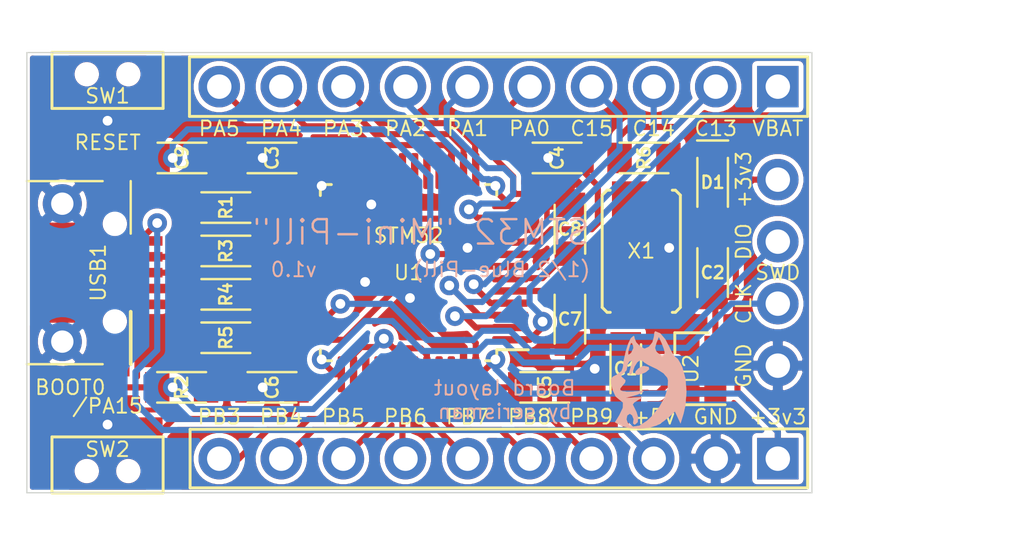
<source format=kicad_pcb>
(kicad_pcb (version 20171130) (host pcbnew "(5.1.5)-3")
  (layers (0 F.Cu signal) (31 B.Cu signal) (34 B.Paste user) (35 F.Paste user) (36 B.SilkS user) (37 F.SilkS user) (38 B.Mask user) (39 F.Mask user) (44 Edge.Cuts user))
  (net 0 "")
  (net 1 +5V)
  (net 2 GND)
  (net 3 +3V3)
  (net 4 "Net-(C7-Pad1)")
  (net 5 "Net-(C8-Pad1)")
  (net 6 /NRST)
  (net 7 /SWDIO)
  (net 8 /VBAT)
  (net 9 /PC13)
  (net 10 /PC14)
  (net 11 /PC15)
  (net 12 /PB9)
  (net 13 /BOOT0_PA15)
  (net 14 /USB_D-)
  (net 15 "Net-(R3-Pad1)")
  (net 16 /USB_D+)
  (net 17 "Net-(R4-Pad2)")
  (net 18 /PA0)
  (net 19 /PA1)
  (net 20 /PA2)
  (net 21 /PA3)
  (net 22 /PA4)
  (net 23 /PA5)
  (net 24 "Net-(U1-Pad16)")
  (net 25 "Net-(U1-Pad17)")
  (net 26 "Net-(U1-Pad18)")
  (net 27 "Net-(U1-Pad19)")
  (net 28 "Net-(U1-Pad20)")
  (net 29 "Net-(U1-Pad21)")
  (net 30 "Net-(U1-Pad22)")
  (net 31 "Net-(U1-Pad25)")
  (net 32 "Net-(U1-Pad26)")
  (net 33 "Net-(U1-Pad27)")
  (net 34 "Net-(U1-Pad28)")
  (net 35 "Net-(U1-Pad29)")
  (net 36 "Net-(U1-Pad30)")
  (net 37 "Net-(U1-Pad31)")
  (net 38 /PB3)
  (net 39 /PB4)
  (net 40 /PB5)
  (net 41 /PB6)
  (net 42 /PB7)
  (net 43 /PB8)
  (net 44 /SWCLK)
  (net 45 "Net-(D1-Pad1)")
  (module modules:USB_Micro_B_Male (layer F.Cu) (at 126.746 109.22)
    (fp_text reference USB1 (at 2.921 0 90) (layer F.SilkS) (effects (font (size 0.6 0.6) (thickness 0.08))))
    (fp_text value USB_B_Micro hide)
    (pad 5 smd rect (at 1.45 1.1) (size 1.9 1.9) (layers F.Cu F.Paste F.Mask) (net 2 GND))
    (pad 5 smd rect (at 1.45 -1.1) (size 1.9 1.9) (layers F.Cu F.Paste F.Mask) (net 2 GND))
    (pad "" np_thru_hole circle (at 3.6 2) (size 0.6 0.6) (drill 0.6) (layers *.Cu *.Mask))
    (pad 5 smd rect (at 4.5 1.3) (size 2.1 0.39) (layers F.Cu F.Paste F.Mask) (net 2 GND))
    (pad 4 smd rect (at 4.5 0.65) (size 2.1 0.39) (layers F.Cu F.Paste F.Mask) (net 2 GND))
    (pad 3 smd rect (at 4.5 0) (size 2.1 0.39) (layers F.Cu F.Paste F.Mask) (net 17 "Net-(R4-Pad2)"))
    (pad 2 smd rect (at 4.5 -0.65) (size 2.1 0.39) (layers F.Cu F.Paste F.Mask) (net 15 "Net-(R3-Pad1)"))
    (pad 1 smd rect (at 4.5 -1.3) (size 2.1 0.39) (layers F.Cu F.Paste F.Mask) (net 1 +5V))
    (pad 5 thru_hole circle (at 1.45 2.825) (size 1.6 1.6) (drill 0.9144) (layers *.Cu *.Mask) (net 2 GND))
    (pad "" np_thru_hole circle (at 3.6 -2) (size 0.6 0.6) (drill 0.6) (layers *.Cu *.Mask))
    (pad 5 thru_hole circle (at 1.45 -2.825) (size 1.6 1.6) (drill 0.9144) (layers *.Cu *.Mask) (net 2 GND))
    (pad 5 smd rect (at 3.7 3.4) (size 1 1.7) (layers F.Cu F.Paste F.Mask) (net 2 GND))
    (pad 5 smd rect (at 3.7 -3.4) (size 1 1.7) (layers F.Cu F.Paste F.Mask) (net 2 GND))
  )
  (module modules:wolf_sm (layer F.Cu) (at 152.146 113.665)
    (fp_text reference G*** hide)
    (fp_text value LOGO hide)
  )
  (module Package_TO_SOT_SMD:SOT-23 (layer F.Cu) (at 153.924 113.157 180)
    (fp_text reference U2 (at 0 0 270) (layer F.SilkS) (effects (font (size 0.6 0.6) (thickness 0.08))))
    (fp_text value XC6206P332MR hide)
    (pad 1 smd rect (at -1 -0.95 180) (size 0.9 0.8) (layers F.Cu F.Paste F.Mask) (net 2 GND))
    (pad 2 smd rect (at -1 0.95 180) (size 0.9 0.8) (layers F.Cu F.Paste F.Mask) (net 3 +3V3))
    (pad 3 smd rect (at 1 0 180) (size 0.9 0.8) (layers F.Cu F.Paste F.Mask) (net 1 +5V))
  )
  (module Connector_PinSocket_2.54mm:PinSocket_1x10_P2.54mm_Vertical (layer F.Cu) (at 157.48 116.84 270)
    (fp_text reference P4 hide)
    (fp_text value Conn_01x10_Female hide)
    (pad 10 thru_hole oval (at 0 22.86 270) (size 1.7 1.7) (drill 1) (layers *.Cu *.Mask) (net 38 /PB3))
    (pad 9 thru_hole oval (at 0 20.32 270) (size 1.7 1.7) (drill 1) (layers *.Cu *.Mask) (net 39 /PB4))
    (pad 8 thru_hole oval (at 0 17.78 270) (size 1.7 1.7) (drill 1) (layers *.Cu *.Mask) (net 40 /PB5))
    (pad 7 thru_hole oval (at 0 15.24 270) (size 1.7 1.7) (drill 1) (layers *.Cu *.Mask) (net 41 /PB6))
    (pad 6 thru_hole oval (at 0 12.7 270) (size 1.7 1.7) (drill 1) (layers *.Cu *.Mask) (net 42 /PB7))
    (pad 5 thru_hole oval (at 0 10.16 270) (size 1.7 1.7) (drill 1) (layers *.Cu *.Mask) (net 43 /PB8))
    (pad 4 thru_hole oval (at 0 7.62 270) (size 1.7 1.7) (drill 1) (layers *.Cu *.Mask) (net 12 /PB9))
    (pad 3 thru_hole oval (at 0 5.08 270) (size 1.7 1.7) (drill 1) (layers *.Cu *.Mask) (net 1 +5V))
    (pad 2 thru_hole oval (at 0 2.54 270) (size 1.7 1.7) (drill 1) (layers *.Cu *.Mask) (net 2 GND))
    (pad 1 thru_hole rect (at 0 0 270) (size 1.7 1.7) (drill 1) (layers *.Cu *.Mask) (net 3 +3V3))
  )
  (module Connector_PinSocket_2.54mm:PinSocket_1x10_P2.54mm_Vertical (layer F.Cu) (at 157.48 101.6 270)
    (fp_text reference P3 hide)
    (fp_text value Conn_01x10_Female hide)
    (pad 1 thru_hole rect (at 0 0 270) (size 1.7 1.7) (drill 1) (layers *.Cu *.Mask) (net 8 /VBAT))
    (pad 2 thru_hole oval (at 0 2.54 270) (size 1.7 1.7) (drill 1) (layers *.Cu *.Mask) (net 9 /PC13))
    (pad 3 thru_hole oval (at 0 5.08 270) (size 1.7 1.7) (drill 1) (layers *.Cu *.Mask) (net 10 /PC14))
    (pad 4 thru_hole oval (at 0 7.62 270) (size 1.7 1.7) (drill 1) (layers *.Cu *.Mask) (net 11 /PC15))
    (pad 5 thru_hole oval (at 0 10.16 270) (size 1.7 1.7) (drill 1) (layers *.Cu *.Mask) (net 18 /PA0))
    (pad 6 thru_hole oval (at 0 12.7 270) (size 1.7 1.7) (drill 1) (layers *.Cu *.Mask) (net 19 /PA1))
    (pad 7 thru_hole oval (at 0 15.24 270) (size 1.7 1.7) (drill 1) (layers *.Cu *.Mask) (net 20 /PA2))
    (pad 8 thru_hole oval (at 0 17.78 270) (size 1.7 1.7) (drill 1) (layers *.Cu *.Mask) (net 21 /PA3))
    (pad 9 thru_hole oval (at 0 20.32 270) (size 1.7 1.7) (drill 1) (layers *.Cu *.Mask) (net 22 /PA4))
    (pad 10 thru_hole oval (at 0 22.86 270) (size 1.7 1.7) (drill 1) (layers *.Cu *.Mask) (net 23 /PA5))
  )
  (module Crystal:Crystal_SMD_5032-2Pin_5.0x3.2mm (layer F.Cu) (at 151.892 108.331 90)
    (fp_text reference X1 (at 0 0 180) (layer F.SilkS) (effects (font (size 0.6 0.6) (thickness 0.08))))
    (fp_text value 8MHz hide)
    (pad 1 smd rect (at -1.85 0 90) (size 2 2.4) (layers F.Cu F.Paste F.Mask) (net 4 "Net-(C7-Pad1)"))
    (pad 2 smd rect (at 1.85 0 90) (size 2 2.4) (layers F.Cu F.Paste F.Mask) (net 5 "Net-(C8-Pad1)"))
  )
  (module modules:SMD-SW_Push_3.5x4.55_Side (layer F.Cu) (at 130.048 101.092)
    (fp_text reference SW1 (at 0 0.889) (layer F.SilkS) (effects (font (size 0.6 0.6) (thickness 0.08))))
    (fp_text value RESET)
    (pad "" np_thru_hole circle (at -0.85 0) (size 0.6 0.6) (drill 0.6) (layers *.Cu *.Mask))
    (pad "" np_thru_hole circle (at 0.85 0) (size 0.6 0.6) (drill 0.6) (layers *.Cu *.Mask))
    (pad 1 smd rect (at -1.675 1.55) (size 1.15 1.3) (layers F.Cu F.Paste F.Mask) (net 2 GND))
    (pad 2 smd rect (at 1.675 1.55) (size 1.15 1.3) (layers F.Cu F.Paste F.Mask) (net 6 /NRST))
    (pad GND smd rect (at -2.3 0) (size 0.9 1.2) (layers F.Cu F.Paste F.Mask) (net 2 GND))
    (pad GND smd rect (at 2.3 0) (size 0.9 1.2) (layers F.Cu F.Paste F.Mask) (net 2 GND))
  )
  (module Connector_PinHeader_2.54mm:PinHeader_1x04_P2.54mm_Horizontal (layer F.Cu) (at 157.48 105.41)
    (fp_text reference P2 hide)
    (fp_text value SWD (at 0 3.81 180) (layer F.SilkS) (effects (font (size 0.6 0.6) (thickness 0.08))))
    (pad 1 thru_hole oval (at 0 0) (size 1.7 1.7) (drill 1) (layers *.Cu *.Mask) (net 3 +3V3))
    (pad 2 thru_hole oval (at 0 2.54) (size 1.7 1.7) (drill 1) (layers *.Cu *.Mask) (net 7 /SWDIO))
    (pad 3 thru_hole oval (at 0 5.08) (size 1.7 1.7) (drill 1) (layers *.Cu *.Mask) (net 44 /SWCLK))
    (pad 4 thru_hole oval (at 0 7.62) (size 1.7 1.7) (drill 1) (layers *.Cu *.Mask) (net 2 GND))
  )
  (module modules:C_0805 (layer F.Cu) (at 151.257 113.157 270)
    (fp_text reference C1 (at 0 0) (layer F.SilkS) (effects (font (size 0.5 0.5) (thickness 0.1))))
    (fp_text value 4k7 hide)
    (pad 2 smd rect (at 1 0 270) (size 1 1.25) (layers F.Cu F.Paste F.Mask) (net 1 +5V))
    (pad 1 smd rect (at -1 0 270) (size 1 1.25) (layers F.Cu F.Paste F.Mask) (net 2 GND))
  )
  (module modules:C_0805 (layer F.Cu) (at 154.813 109.22 90)
    (fp_text reference C2 (at 0 0) (layer F.SilkS) (effects (font (size 0.5 0.5) (thickness 0.1))))
    (fp_text value 4k7 hide)
    (pad 1 smd rect (at -1 0 90) (size 1 1.25) (layers F.Cu F.Paste F.Mask) (net 3 +3V3))
    (pad 2 smd rect (at 1 0 90) (size 1 1.25) (layers F.Cu F.Paste F.Mask) (net 2 GND))
  )
  (module modules:C_0805 (layer F.Cu) (at 136.779 104.521 180)
    (fp_text reference C3 (at 0 0 90) (layer F.SilkS) (effects (font (size 0.5 0.5) (thickness 0.1))))
    (fp_text value 100n hide)
    (pad 1 smd rect (at -1 0 180) (size 1 1.25) (layers F.Cu F.Paste F.Mask) (net 3 +3V3))
    (pad 2 smd rect (at 1 0 180) (size 1 1.25) (layers F.Cu F.Paste F.Mask) (net 2 GND))
  )
  (module modules:C_0805 (layer F.Cu) (at 148.447 104.521 180)
    (fp_text reference C4 (at 0 0 90) (layer F.SilkS) (effects (font (size 0.5 0.5) (thickness 0.1))))
    (fp_text value 100n hide)
    (pad 1 smd rect (at -1 0 180) (size 1 1.25) (layers F.Cu F.Paste F.Mask) (net 3 +3V3))
    (pad 2 smd rect (at 1 0 180) (size 1 1.25) (layers F.Cu F.Paste F.Mask) (net 2 GND))
  )
  (module modules:C_0805 (layer F.Cu) (at 147.939 113.919)
    (fp_text reference C5 (at 0 0 90) (layer F.SilkS) (effects (font (size 0.5 0.5) (thickness 0.1))))
    (fp_text value 100n hide)
    (pad 2 smd rect (at 1 0) (size 1 1.25) (layers F.Cu F.Paste F.Mask) (net 2 GND))
    (pad 1 smd rect (at -1 0) (size 1 1.25) (layers F.Cu F.Paste F.Mask) (net 3 +3V3))
  )
  (module modules:C_0805 (layer F.Cu) (at 136.779 113.919 180)
    (fp_text reference C6 (at 0 0 90) (layer F.SilkS) (effects (font (size 0.5 0.5) (thickness 0.1))))
    (fp_text value 100n hide)
    (pad 1 smd rect (at -1 0 180) (size 1 1.25) (layers F.Cu F.Paste F.Mask) (net 3 +3V3))
    (pad 2 smd rect (at 1 0 180) (size 1 1.25) (layers F.Cu F.Paste F.Mask) (net 2 GND))
  )
  (module modules:C_0805 (layer F.Cu) (at 148.971 111.125 270)
    (fp_text reference C7 (at 0 0) (layer F.SilkS) (effects (font (size 0.5 0.5) (thickness 0.1))))
    (fp_text value 20p hide)
    (pad 2 smd rect (at 1 0 270) (size 1 1.25) (layers F.Cu F.Paste F.Mask) (net 2 GND))
    (pad 1 smd rect (at -1 0 270) (size 1 1.25) (layers F.Cu F.Paste F.Mask) (net 4 "Net-(C7-Pad1)"))
  )
  (module modules:C_0805 (layer F.Cu) (at 148.971 107.442 90)
    (fp_text reference C8 (at 0 0) (layer F.SilkS) (effects (font (size 0.5 0.5) (thickness 0.1))))
    (fp_text value 20p hide)
    (pad 1 smd rect (at -1 0 90) (size 1 1.25) (layers F.Cu F.Paste F.Mask) (net 5 "Net-(C8-Pad1)"))
    (pad 2 smd rect (at 1 0 90) (size 1 1.25) (layers F.Cu F.Paste F.Mask) (net 2 GND))
  )
  (module modules:C_0805 (layer F.Cu) (at 133.096 104.521 180)
    (fp_text reference C9 (at 0 0 90) (layer F.SilkS) (effects (font (size 0.5 0.5) (thickness 0.1))))
    (fp_text value 100n hide)
    (pad 2 smd rect (at 1 0 180) (size 1 1.25) (layers F.Cu F.Paste F.Mask) (net 6 /NRST))
    (pad 1 smd rect (at -1 0 180) (size 1 1.25) (layers F.Cu F.Paste F.Mask) (net 2 GND))
  )
  (module modules:R_0805 (layer F.Cu) (at 134.89 106.553)
    (fp_text reference R1 (at 0 0 90) (layer F.SilkS) (effects (font (size 0.5 0.5) (thickness 0.1))))
    (fp_text value 20k hide)
    (pad 2 smd rect (at 1 0) (size 1 1.25) (layers F.Cu F.Paste F.Mask) (net 3 +3V3))
    (pad 1 smd rect (at -1 0) (size 1 1.25) (layers F.Cu F.Paste F.Mask) (net 6 /NRST))
  )
  (module modules:R_0805 (layer F.Cu) (at 133.08 113.919 180)
    (fp_text reference R2 (at 0 0 90) (layer F.SilkS) (effects (font (size 0.5 0.5) (thickness 0.1))))
    (fp_text value 20k hide)
    (pad 1 smd rect (at -1 0 180) (size 1 1.25) (layers F.Cu F.Paste F.Mask) (net 2 GND))
    (pad 2 smd rect (at 1 0 180) (size 1 1.25) (layers F.Cu F.Paste F.Mask) (net 13 /BOOT0_PA15))
  )
  (module modules:R_0805 (layer F.Cu) (at 134.89 108.331)
    (fp_text reference R3 (at 0 0 90) (layer F.SilkS) (effects (font (size 0.5 0.5) (thickness 0.1))))
    (fp_text value 20 hide)
    (pad 2 smd rect (at 1 0) (size 1 1.25) (layers F.Cu F.Paste F.Mask) (net 14 /USB_D-))
    (pad 1 smd rect (at -1 0) (size 1 1.25) (layers F.Cu F.Paste F.Mask) (net 15 "Net-(R3-Pad1)"))
  )
  (module modules:R_0805 (layer F.Cu) (at 134.89 110.109 180)
    (fp_text reference R4 (at 0 0 90) (layer F.SilkS) (effects (font (size 0.5 0.5) (thickness 0.1))))
    (fp_text value 20 hide)
    (pad 1 smd rect (at -1 0 180) (size 1 1.25) (layers F.Cu F.Paste F.Mask) (net 16 /USB_D+))
    (pad 2 smd rect (at 1 0 180) (size 1 1.25) (layers F.Cu F.Paste F.Mask) (net 17 "Net-(R4-Pad2)"))
  )
  (module modules:R_0805 (layer F.Cu) (at 134.89 111.887)
    (fp_text reference R5 (at 0 0 90) (layer F.SilkS) (effects (font (size 0.5 0.5) (thickness 0.1))))
    (fp_text value 1k5 hide)
    (pad 1 smd rect (at -1 0) (size 1 1.25) (layers F.Cu F.Paste F.Mask) (net 16 /USB_D+))
    (pad 2 smd rect (at 1 0) (size 1 1.25) (layers F.Cu F.Paste F.Mask) (net 3 +3V3))
  )
  (module Package_QFP:LQFP-48_7x7mm_P0.5mm (layer F.Cu) (at 142.367 109.22 180)
    (fp_text reference U1 (at 0 0) (layer F.SilkS) (effects (font (size 0.6 0.6) (thickness 0.08))))
    (fp_text value STM32F072C8T6 hide)
    (pad 1 smd roundrect (at -4.1625 -2.75 180) (size 1.475 0.3) (layers F.Cu F.Paste F.Mask) (net 8 /VBAT))
    (pad 2 smd roundrect (at -4.1625 -2.25 180) (size 1.475 0.3) (layers F.Cu F.Paste F.Mask) (net 9 /PC13))
    (pad 3 smd roundrect (at -4.1625 -1.75 180) (size 1.475 0.3) (layers F.Cu F.Paste F.Mask) (net 10 /PC14))
    (pad 4 smd roundrect (at -4.1625 -1.25 180) (size 1.475 0.3) (layers F.Cu F.Paste F.Mask) (net 11 /PC15))
    (pad 5 smd roundrect (at -4.1625 -0.75 180) (size 1.475 0.3) (layers F.Cu F.Paste F.Mask) (net 4 "Net-(C7-Pad1)"))
    (pad 6 smd roundrect (at -4.1625 -0.25 180) (size 1.475 0.3) (layers F.Cu F.Paste F.Mask) (net 5 "Net-(C8-Pad1)"))
    (pad 7 smd roundrect (at -4.1625 0.25 180) (size 1.475 0.3) (layers F.Cu F.Paste F.Mask) (net 6 /NRST))
    (pad 8 smd roundrect (at -4.1625 0.75 180) (size 1.475 0.3) (layers F.Cu F.Paste F.Mask) (net 2 GND))
    (pad 9 smd roundrect (at -4.1625 1.25 180) (size 1.475 0.3) (layers F.Cu F.Paste F.Mask) (net 3 +3V3))
    (pad 10 smd roundrect (at -4.1625 1.75 180) (size 1.475 0.3) (layers F.Cu F.Paste F.Mask) (net 18 /PA0))
    (pad 11 smd roundrect (at -4.1625 2.25 180) (size 1.475 0.3) (layers F.Cu F.Paste F.Mask) (net 19 /PA1))
    (pad 12 smd roundrect (at -4.1625 2.75 180) (size 1.475 0.3) (layers F.Cu F.Paste F.Mask) (net 20 /PA2))
    (pad 13 smd roundrect (at -2.75 4.1625 180) (size 0.3 1.475) (layers F.Cu F.Paste F.Mask) (net 21 /PA3))
    (pad 14 smd roundrect (at -2.25 4.1625 180) (size 0.3 1.475) (layers F.Cu F.Paste F.Mask) (net 22 /PA4))
    (pad 15 smd roundrect (at -1.75 4.1625 180) (size 0.3 1.475) (layers F.Cu F.Paste F.Mask) (net 23 /PA5))
    (pad 16 smd roundrect (at -1.25 4.1625 180) (size 0.3 1.475) (layers F.Cu F.Paste F.Mask) (net 24 "Net-(U1-Pad16)"))
    (pad 17 smd roundrect (at -0.75 4.1625 180) (size 0.3 1.475) (layers F.Cu F.Paste F.Mask) (net 25 "Net-(U1-Pad17)"))
    (pad 18 smd roundrect (at -0.25 4.1625 180) (size 0.3 1.475) (layers F.Cu F.Paste F.Mask) (net 26 "Net-(U1-Pad18)"))
    (pad 19 smd roundrect (at 0.25 4.1625 180) (size 0.3 1.475) (layers F.Cu F.Paste F.Mask) (net 27 "Net-(U1-Pad19)"))
    (pad 20 smd roundrect (at 0.75 4.1625 180) (size 0.3 1.475) (layers F.Cu F.Paste F.Mask) (net 28 "Net-(U1-Pad20)"))
    (pad 21 smd roundrect (at 1.25 4.1625 180) (size 0.3 1.475) (layers F.Cu F.Paste F.Mask) (net 29 "Net-(U1-Pad21)"))
    (pad 22 smd roundrect (at 1.75 4.1625 180) (size 0.3 1.475) (layers F.Cu F.Paste F.Mask) (net 30 "Net-(U1-Pad22)"))
    (pad 23 smd roundrect (at 2.25 4.1625 180) (size 0.3 1.475) (layers F.Cu F.Paste F.Mask) (net 2 GND))
    (pad 24 smd roundrect (at 2.75 4.1625 180) (size 0.3 1.475) (layers F.Cu F.Paste F.Mask) (net 3 +3V3))
    (pad 25 smd roundrect (at 4.1625 2.75 180) (size 1.475 0.3) (layers F.Cu F.Paste F.Mask) (net 31 "Net-(U1-Pad25)"))
    (pad 26 smd roundrect (at 4.1625 2.25 180) (size 1.475 0.3) (layers F.Cu F.Paste F.Mask) (net 32 "Net-(U1-Pad26)"))
    (pad 27 smd roundrect (at 4.1625 1.75 180) (size 1.475 0.3) (layers F.Cu F.Paste F.Mask) (net 33 "Net-(U1-Pad27)"))
    (pad 28 smd roundrect (at 4.1625 1.25 180) (size 1.475 0.3) (layers F.Cu F.Paste F.Mask) (net 34 "Net-(U1-Pad28)"))
    (pad 29 smd roundrect (at 4.1625 0.75 180) (size 1.475 0.3) (layers F.Cu F.Paste F.Mask) (net 35 "Net-(U1-Pad29)"))
    (pad 30 smd roundrect (at 4.1625 0.25 180) (size 1.475 0.3) (layers F.Cu F.Paste F.Mask) (net 36 "Net-(U1-Pad30)"))
    (pad 31 smd roundrect (at 4.1625 -0.25 180) (size 1.475 0.3) (layers F.Cu F.Paste F.Mask) (net 37 "Net-(U1-Pad31)"))
    (pad 32 smd roundrect (at 4.1625 -0.75 180) (size 1.475 0.3) (layers F.Cu F.Paste F.Mask) (net 14 /USB_D-))
    (pad 33 smd roundrect (at 4.1625 -1.25 180) (size 1.475 0.3) (layers F.Cu F.Paste F.Mask) (net 16 /USB_D+))
    (pad 34 smd roundrect (at 4.1625 -1.75 180) (size 1.475 0.3) (layers F.Cu F.Paste F.Mask) (net 7 /SWDIO))
    (pad 35 smd roundrect (at 4.1625 -2.25 180) (size 1.475 0.3) (layers F.Cu F.Paste F.Mask) (net 2 GND))
    (pad 36 smd roundrect (at 4.1625 -2.75 180) (size 1.475 0.3) (layers F.Cu F.Paste F.Mask) (net 3 +3V3))
    (pad 37 smd roundrect (at 2.75 -4.1625 180) (size 0.3 1.475) (layers F.Cu F.Paste F.Mask) (net 44 /SWCLK))
    (pad 38 smd roundrect (at 2.25 -4.1625 180) (size 0.3 1.475) (layers F.Cu F.Paste F.Mask) (net 13 /BOOT0_PA15))
    (pad 39 smd roundrect (at 1.75 -4.1625 180) (size 0.3 1.475) (layers F.Cu F.Paste F.Mask) (net 38 /PB3))
    (pad 40 smd roundrect (at 1.25 -4.1625 180) (size 0.3 1.475) (layers F.Cu F.Paste F.Mask) (net 39 /PB4))
    (pad 41 smd roundrect (at 0.75 -4.1625 180) (size 0.3 1.475) (layers F.Cu F.Paste F.Mask) (net 40 /PB5))
    (pad 42 smd roundrect (at 0.25 -4.1625 180) (size 0.3 1.475) (layers F.Cu F.Paste F.Mask) (net 41 /PB6))
    (pad 43 smd roundrect (at -0.25 -4.1625 180) (size 0.3 1.475) (layers F.Cu F.Paste F.Mask) (net 42 /PB7))
    (pad 44 smd roundrect (at -0.75 -4.1625 180) (size 0.3 1.475) (layers F.Cu F.Paste F.Mask) (net 13 /BOOT0_PA15))
    (pad 45 smd roundrect (at -1.25 -4.1625 180) (size 0.3 1.475) (layers F.Cu F.Paste F.Mask) (net 43 /PB8))
    (pad 46 smd roundrect (at -1.75 -4.1625 180) (size 0.3 1.475) (layers F.Cu F.Paste F.Mask) (net 12 /PB9))
    (pad 47 smd roundrect (at -2.25 -4.1625 180) (size 0.3 1.475) (layers F.Cu F.Paste F.Mask) (net 2 GND))
    (pad 48 smd roundrect (at -2.75 -4.1625 180) (size 0.3 1.475) (layers F.Cu F.Paste F.Mask) (net 3 +3V3))
  )
  (module modules:SMD-SW_Push_3.5x4.55_Side (layer F.Cu) (at 130.048 117.348 180)
    (fp_text reference SW2 (at 0 0.889) (layer F.SilkS) (effects (font (size 0.6 0.6) (thickness 0.08))))
    (fp_text value BOOT0/PA15)
    (pad GND smd rect (at 2.3 0 180) (size 0.9 1.2) (layers F.Cu F.Paste F.Mask) (net 2 GND))
    (pad GND smd rect (at -2.3 0 180) (size 0.9 1.2) (layers F.Cu F.Paste F.Mask) (net 2 GND))
    (pad 2 smd rect (at 1.675 1.55 180) (size 1.15 1.3) (layers F.Cu F.Paste F.Mask) (net 13 /BOOT0_PA15))
    (pad 1 smd rect (at -1.675 1.55 180) (size 1.15 1.3) (layers F.Cu F.Paste F.Mask) (net 3 +3V3))
    (pad "" np_thru_hole circle (at 0.85 0 180) (size 0.6 0.6) (drill 0.6) (layers *.Cu *.Mask))
    (pad "" np_thru_hole circle (at -0.85 0 180) (size 0.6 0.6) (drill 0.6) (layers *.Cu *.Mask))
  )
  (module modules:LED_0805 (layer F.Cu) (at 154.813 105.521 270)
    (fp_text reference D1 (at 0 0) (layer F.SilkS) (effects (font (size 0.5 0.5) (thickness 0.1))))
    (fp_text value PC13 hide)
    (pad 1 smd rect (at -1 0 270) (size 1 1.25) (layers F.Cu F.Paste F.Mask) (net 45 "Net-(D1-Pad1)"))
    (pad 2 smd rect (at 1 0 270) (size 1 1.25) (layers F.Cu F.Paste F.Mask) (net 3 +3V3))
  )
  (module modules:R_0805 (layer F.Cu) (at 152.003 104.521 180)
    (fp_text reference R6 (at 0 0 90) (layer F.SilkS) (effects (font (size 0.5 0.5) (thickness 0.1))))
    (fp_text value 1k hide)
    (pad 1 smd rect (at -1 0 180) (size 1 1.25) (layers F.Cu F.Paste F.Mask) (net 45 "Net-(D1-Pad1)"))
    (pad 2 smd rect (at 1 0 180) (size 1 1.25) (layers F.Cu F.Paste F.Mask) (net 9 /PC13))
  )
  (gr_text "(1/2 Blue-Pill)" (at 146.177 109.093) (layer B.SilkS) (effects (font (size 0.6 0.6) (thickness 0.08)) (justify mirror)))
  (gr_text v1.0 (at 137.668 109.093) (layer B.SilkS) (effects (font (size 0.6 0.6) (thickness 0.08)) (justify mirror)))
  (gr_text "Board layout\nby serisman" (at 146.304 114.427) (layer B.SilkS) (effects (font (size 0.6 0.6) (thickness 0.08)) (justify mirror)))
  (gr_text "STM32 \"Mini-Pill\"" (at 142.875 107.569) (layer B.SilkS) (effects (font (size 1 1) (thickness 0.1)) (justify mirror)))
  (gr_text RESET (at 130.048 103.886) (layer F.SilkS) (effects (font (size 0.6 0.6) (thickness 0.08))))
  (gr_text /PA15 (at 130.048 114.681) (layer F.SilkS) (effects (font (size 0.6 0.6) (thickness 0.08))))
  (gr_text BOOT0 (at 128.524 113.919) (layer F.SilkS) (effects (font (size 0.6 0.6) (thickness 0.08))))
  (gr_text STM32 (at 142.367 107.696) (layer F.SilkS) (effects (font (size 0.6 0.6) (thickness 0.08))))
  (gr_text PB3 (at 134.62 115.1255) (layer F.SilkS) (effects (font (size 0.6 0.6) (thickness 0.08))))
  (gr_text PB4 (at 137.16 115.1255) (layer F.SilkS) (effects (font (size 0.6 0.6) (thickness 0.08))))
  (gr_text PB5 (at 139.7 115.1255) (layer F.SilkS) (effects (font (size 0.6 0.6) (thickness 0.08))))
  (gr_text PB6 (at 142.24 115.1255) (layer F.SilkS) (effects (font (size 0.6 0.6) (thickness 0.08))))
  (gr_text PB7 (at 144.78 115.1255) (layer F.SilkS) (effects (font (size 0.6 0.6) (thickness 0.08))))
  (gr_text PB8 (at 147.32 115.1255) (layer F.SilkS) (effects (font (size 0.6 0.6) (thickness 0.08))))
  (gr_text PB9 (at 149.86 115.1255) (layer F.SilkS) (effects (font (size 0.6 0.6) (thickness 0.08))))
  (gr_text +5v (at 152.4 115.1255) (layer F.SilkS) (effects (font (size 0.6 0.6) (thickness 0.08))))
  (gr_text GND (at 154.94 115.1255) (layer F.SilkS) (effects (font (size 0.6 0.6) (thickness 0.08))))
  (gr_text +3v3 (at 157.48 115.1255) (layer F.SilkS) (effects (font (size 0.6 0.6) (thickness 0.08))))
  (gr_text PA5 (at 134.62 103.3145) (layer F.SilkS) (effects (font (size 0.6 0.6) (thickness 0.08))))
  (gr_text PA4 (at 137.16 103.3145) (layer F.SilkS) (effects (font (size 0.6 0.6) (thickness 0.08))))
  (gr_text PA3 (at 139.7 103.3145) (layer F.SilkS) (effects (font (size 0.6 0.6) (thickness 0.08))))
  (gr_text PA2 (at 142.24 103.3145) (layer F.SilkS) (effects (font (size 0.6 0.6) (thickness 0.08))))
  (gr_text PA1 (at 144.78 103.3145) (layer F.SilkS) (effects (font (size 0.6 0.6) (thickness 0.08))))
  (gr_text PA0 (at 147.32 103.3145) (layer F.SilkS) (effects (font (size 0.6 0.6) (thickness 0.08))))
  (gr_text C15 (at 149.86 103.3145) (layer F.SilkS) (effects (font (size 0.6 0.6) (thickness 0.08))))
  (gr_text C14 (at 152.4 103.3145) (layer F.SilkS) (effects (font (size 0.6 0.6) (thickness 0.08))))
  (gr_text C13 (at 154.94 103.3145) (layer F.SilkS) (effects (font (size 0.6 0.6) (thickness 0.08))))
  (gr_text VBAT (at 157.48 103.3145) (layer F.SilkS) (effects (font (size 0.6 0.6) (thickness 0.08))))
  (gr_text GND (at 156.083 113.03 90) (layer F.SilkS) (effects (font (size 0.6 0.6) (thickness 0.08))))
  (gr_text CLK (at 156.083 110.49 90) (layer F.SilkS) (effects (font (size 0.6 0.6) (thickness 0.08))))
  (gr_text DIO (at 156.083 107.95 90) (layer F.SilkS) (effects (font (size 0.6 0.6) (thickness 0.08))))
  (gr_text +3v3 (at 156.083 105.41 90) (layer F.SilkS) (effects (font (size 0.6 0.6) (thickness 0.08))))
  (gr_line (start 126.746 118.237) (end 126.746 100.203) (layer Edge.Cuts) (width 0.05))
  (gr_line (start 158.877 118.237) (end 126.746 118.237) (layer Edge.Cuts) (width 0.05))
  (gr_line (start 158.877 100.203) (end 158.877 118.237) (layer Edge.Cuts) (width 0.05))
  (gr_line (start 126.746 100.203) (end 158.877 100.203) (layer Edge.Cuts) (width 0.05))
  (via (at 132.08 107.188) (size 0.8) (drill 0.4) (layers F.Cu B.Cu) (net 1))
  (segment (start 151.224999 115.664999) (end 152.4 116.84) (width 0.25) (layer B.Cu) (net 1))
  (segment (start 132.301999 115.664999) (end 151.224999 115.664999) (width 0.25) (layer B.Cu) (net 1))
  (segment (start 151.257 115.697) (end 152.4 116.84) (width 0.25) (layer F.Cu) (net 1))
  (segment (start 151.257 114.141) (end 151.257 115.697) (width 0.25) (layer F.Cu) (net 1))
  (segment (start 152.924 113.807) (end 152.924 113.157) (width 0.25) (layer F.Cu) (net 1))
  (segment (start 152.146 114.155) (end 152.576 114.155) (width 0.25) (layer F.Cu) (net 1))
  (segment (start 152.576 114.155) (end 152.924 113.807) (width 0.25) (layer F.Cu) (net 1))
  (segment (start 152.132 114.141) (end 152.146 114.155) (width 0.25) (layer F.Cu) (net 1))
  (segment (start 151.257 114.141) (end 152.132 114.141) (width 0.25) (layer F.Cu) (net 1))
  (segment (start 131.699 115.062) (end 132.301999 115.664999) (width 0.25) (layer B.Cu) (net 1))
  (segment (start 132.08 107.188) (end 132.08 112.395) (width 0.25) (layer B.Cu) (net 1))
  (segment (start 132.08 112.395) (end 131.191 113.284) (width 0.25) (layer B.Cu) (net 1))
  (segment (start 131.191 114.554) (end 132.301999 115.664999) (width 0.25) (layer B.Cu) (net 1))
  (segment (start 131.191 113.284) (end 131.191 114.554) (width 0.25) (layer B.Cu) (net 1))
  (segment (start 131.348 107.92) (end 132.08 107.188) (width 0.25) (layer F.Cu) (net 1))
  (segment (start 131.246 107.92) (end 131.348 107.92) (width 0.25) (layer F.Cu) (net 1))
  (via (at 140.843 106.426) (size 0.8) (drill 0.4) (layers F.Cu B.Cu) (net 2))
  (via (at 142.425182 110.259643) (size 0.8) (drill 0.4) (layers F.Cu B.Cu) (net 2))
  (via (at 149.987 113.157) (size 0.8) (drill 0.4) (layers F.Cu B.Cu) (net 2))
  (via (at 144.78 108.204) (size 0.8) (drill 0.4) (layers F.Cu B.Cu) (net 2))
  (via (at 153.035 108.204) (size 0.8) (drill 0.4) (layers F.Cu B.Cu) (net 2))
  (segment (start 139.5885 105.029) (end 139.617 105.0575) (width 0.25) (layer F.Cu) (net 3))
  (segment (start 146.9105 113.3825) (end 146.939 113.411) (width 0.25) (layer F.Cu) (net 3))
  (segment (start 145.117 113.3825) (end 145.117 113.113) (width 0.25) (layer F.Cu) (net 3))
  (segment (start 145.117 113.113) (end 145.09201 113.08801) (width 0.25) (layer F.Cu) (net 3))
  (segment (start 137.779 112.3955) (end 138.2045 111.97) (width 0.25) (layer F.Cu) (net 3))
  (segment (start 137.779 113.538) (end 137.779 112.3955) (width 0.25) (layer F.Cu) (net 3))
  (segment (start 137.972499 112.202001) (end 138.0545 112.12) (width 0.25) (layer F.Cu) (net 3))
  (segment (start 138.0545 112.12) (end 138.2045 111.97) (width 0.25) (layer F.Cu) (net 3))
  (segment (start 145.6535 113.919) (end 145.117 113.3825) (width 0.25) (layer F.Cu) (net 3))
  (segment (start 146.939 113.919) (end 145.6535 113.919) (width 0.25) (layer F.Cu) (net 3))
  (segment (start 139.0805 104.521) (end 139.617 105.0575) (width 0.25) (layer F.Cu) (net 3))
  (segment (start 137.779 104.521) (end 139.0805 104.521) (width 0.25) (layer F.Cu) (net 3))
  (segment (start 154.813 110.22) (end 155.688 110.22) (width 0.25) (layer F.Cu) (net 3))
  (segment (start 149.07 109.97) (end 149.225 110.125) (width 0.25) (layer F.Cu) (net 4))
  (segment (start 149.1 108.442) (end 149.225 108.442) (width 0.25) (layer F.Cu) (net 5))
  (segment (start 146.681 109.47) (end 146.70599 109.44501) (width 0.25) (layer F.Cu) (net 5))
  (segment (start 146.5295 109.47) (end 146.681 109.47) (width 0.25) (layer F.Cu) (net 5))
  (segment (start 147.07 108.97) (end 147.09499 108.99499) (width 0.25) (layer F.Cu) (net 6))
  (segment (start 146.5295 108.97) (end 147.07 108.97) (width 0.25) (layer F.Cu) (net 6))
  (via (at 143.256 108.458) (size 0.8) (drill 0.4) (layers F.Cu B.Cu) (net 6))
  (via (at 132.715 104.521) (size 0.8) (drill 0.4) (layers F.Cu B.Cu) (net 6))
  (via (at 140.589 109.601) (size 0.8) (drill 0.4) (layers F.Cu B.Cu) (net 2))
  (via (at 138.811 105.664) (size 0.8) (drill 0.4) (layers F.Cu B.Cu) (net 2))
  (via (at 148.082 104.521) (size 0.8) (drill 0.4) (layers F.Cu B.Cu) (net 2))
  (via (at 136.398 104.521) (size 0.8) (drill 0.4) (layers F.Cu B.Cu) (net 2))
  (segment (start 135.779 113.919) (end 135.927 113.919) (width 0.25) (layer F.Cu) (net 2))
  (via (at 136.398 113.919) (size 0.8) (drill 0.4) (layers F.Cu B.Cu) (net 2))
  (via (at 130.048 115.443) (size 0.8) (drill 0.4) (layers F.Cu B.Cu) (net 2))
  (via (at 130.048 102.997) (size 0.8) (drill 0.4) (layers F.Cu B.Cu) (net 2))
  (via (at 145.923 112.776) (size 0.8) (drill 0.4) (layers F.Cu B.Cu) (net 3))
  (segment (start 145.117 112.645) (end 145.117 113.3825) (width 0.25) (layer F.Cu) (net 3))
  (segment (start 145.117 112.579298) (end 145.117 112.645) (width 0.25) (layer F.Cu) (net 3))
  (segment (start 139.617 105.0575) (end 139.617 106.089) (width 0.25) (layer F.Cu) (net 3))
  (segment (start 149.59 104.521) (end 149.59 104.646) (width 0.25) (layer F.Cu) (net 3))
  (segment (start 154.924 110.331) (end 154.813 110.22) (width 0.25) (layer F.Cu) (net 3))
  (segment (start 154.924 112.207) (end 154.924 110.331) (width 0.25) (layer F.Cu) (net 3))
  (segment (start 155.624 112.207) (end 154.924 112.207) (width 0.25) (layer F.Cu) (net 3))
  (segment (start 155.624 112.207) (end 155.829 112.412) (width 0.25) (layer F.Cu) (net 3))
  (segment (start 157.48 115.74) (end 157.48 116.84) (width 0.25) (layer F.Cu) (net 3))
  (segment (start 155.829 114.089) (end 157.48 115.74) (width 0.25) (layer F.Cu) (net 3))
  (segment (start 155.829 112.412) (end 155.829 114.089) (width 0.25) (layer F.Cu) (net 3))
  (segment (start 155.763001 110.144999) (end 155.763001 106.106001) (width 0.25) (layer F.Cu) (net 3))
  (segment (start 155.688 110.22) (end 155.763001 110.144999) (width 0.25) (layer F.Cu) (net 3))
  (segment (start 156.459002 105.41) (end 156.464 105.41) (width 0.25) (layer F.Cu) (net 3))
  (segment (start 137.779 105.396) (end 137.779 104.521) (width 0.25) (layer F.Cu) (net 3))
  (segment (start 136.709002 106.553) (end 137.779 105.483002) (width 0.25) (layer F.Cu) (net 3))
  (segment (start 137.779 105.483002) (end 137.779 105.396) (width 0.25) (layer F.Cu) (net 3))
  (segment (start 137.779 113.044) (end 137.779 113.919) (width 0.25) (layer F.Cu) (net 3))
  (segment (start 139.617 105.0575) (end 139.617 106.343) (width 0.25) (layer F.Cu) (net 3))
  (segment (start 145.923 113.157) (end 146.939 114.173) (width 0.25) (layer B.Cu) (net 3))
  (segment (start 157.48 115.74) (end 157.48 116.84) (width 0.25) (layer B.Cu) (net 3))
  (segment (start 155.913 114.173) (end 157.48 115.74) (width 0.25) (layer B.Cu) (net 3))
  (segment (start 146.939 114.173) (end 155.913 114.173) (width 0.25) (layer B.Cu) (net 3))
  (segment (start 135.89 106.553) (end 136.709002 106.553) (width 0.25) (layer F.Cu) (net 3))
  (segment (start 145.3165 113.3825) (end 145.923 112.776) (width 0.25) (layer F.Cu) (net 3))
  (segment (start 145.117 113.3825) (end 145.3165 113.3825) (width 0.25) (layer F.Cu) (net 3))
  (segment (start 145.923 112.776) (end 145.923 113.157) (width 0.25) (layer B.Cu) (net 3))
  (segment (start 135.973 111.97) (end 135.89 111.887) (width 0.25) (layer F.Cu) (net 3))
  (segment (start 138.2045 111.97) (end 135.973 111.97) (width 0.25) (layer F.Cu) (net 3))
  (segment (start 137.779 114.794) (end 137.779 113.919) (width 0.25) (layer F.Cu) (net 3))
  (segment (start 137.358011 115.214989) (end 137.779 114.794) (width 0.25) (layer F.Cu) (net 3))
  (segment (start 132.750011 115.214989) (end 137.358011 115.214989) (width 0.25) (layer F.Cu) (net 3))
  (segment (start 132.167 115.798) (end 132.750011 115.214989) (width 0.25) (layer F.Cu) (net 3))
  (segment (start 131.342 115.798) (end 132.167 115.798) (width 0.25) (layer F.Cu) (net 3))
  (segment (start 149.59 104.759) (end 149.59 104.521) (width 0.25) (layer F.Cu) (net 3))
  (segment (start 148.209 107.442) (end 149.86 107.442) (width 0.25) (layer F.Cu) (net 3))
  (segment (start 149.86 107.442) (end 150.114 107.188) (width 0.25) (layer F.Cu) (net 3))
  (segment (start 147.70599 107.94501) (end 148.209 107.442) (width 0.25) (layer F.Cu) (net 3))
  (segment (start 147.07099 107.94501) (end 147.70599 107.94501) (width 0.25) (layer F.Cu) (net 3))
  (segment (start 147.046 107.97) (end 147.07099 107.94501) (width 0.25) (layer F.Cu) (net 3))
  (segment (start 146.5295 107.97) (end 147.046 107.97) (width 0.25) (layer F.Cu) (net 3))
  (segment (start 155.688 106.521) (end 155.702 106.507) (width 0.25) (layer F.Cu) (net 3))
  (segment (start 154.813 106.521) (end 155.688 106.521) (width 0.25) (layer F.Cu) (net 3))
  (segment (start 155.702 106.507) (end 155.702 106.172) (width 0.25) (layer F.Cu) (net 3))
  (segment (start 155.763001 106.106001) (end 155.702 106.172) (width 0.25) (layer F.Cu) (net 3))
  (segment (start 155.702 106.172) (end 156.459002 105.41) (width 0.25) (layer F.Cu) (net 3))
  (segment (start 156.459002 105.41) (end 157.48 105.41) (width 0.25) (layer F.Cu) (net 3))
  (segment (start 149.447 104.521) (end 149.447 104.997) (width 0.25) (layer F.Cu) (net 3))
  (segment (start 150.114 107.188) (end 150.114 105.664) (width 0.25) (layer F.Cu) (net 3))
  (segment (start 149.447 104.997) (end 150.114 105.664) (width 0.25) (layer F.Cu) (net 3))
  (segment (start 146.5295 107.97) (end 145.619002 107.97) (width 0.25) (layer F.Cu) (net 3))
  (segment (start 145.619002 107.97) (end 145.128001 107.478999) (width 0.25) (layer F.Cu) (net 3))
  (segment (start 139.744 111.97) (end 138.2045 111.97) (width 0.25) (layer F.Cu) (net 3))
  (segment (start 139.617 106.343) (end 141.605 108.331) (width 0.25) (layer F.Cu) (net 3))
  (segment (start 141.605 110.109) (end 141.224 110.49) (width 0.25) (layer F.Cu) (net 3))
  (segment (start 141.224 110.49) (end 139.744 111.97) (width 0.25) (layer F.Cu) (net 3))
  (segment (start 141.605 108.331) (end 141.605 109.347) (width 0.25) (layer F.Cu) (net 3))
  (segment (start 141.605 109.601) (end 141.605 110.109) (width 0.25) (layer F.Cu) (net 3))
  (segment (start 141.605 109.347) (end 141.605 109.601) (width 0.25) (layer F.Cu) (net 3))
  (segment (start 144.614938 107.478999) (end 144.145 107.009061) (width 0.25) (layer F.Cu) (net 3))
  (segment (start 145.128001 107.478999) (end 144.614938 107.478999) (width 0.25) (layer F.Cu) (net 3))
  (segment (start 142.799939 107.009061) (end 142.24 107.569) (width 0.25) (layer F.Cu) (net 3))
  (segment (start 144.145 107.009061) (end 142.799939 107.009061) (width 0.25) (layer F.Cu) (net 3))
  (segment (start 142.24 107.569) (end 141.605 108.331) (width 0.25) (layer F.Cu) (net 3))
  (segment (start 145.117 112.101373) (end 145.117 113.3825) (width 0.25) (layer F.Cu) (net 3))
  (segment (start 144.744057 111.72843) (end 145.117 112.101373) (width 0.25) (layer F.Cu) (net 3))
  (segment (start 144.145 111.76) (end 144.744057 111.72843) (width 0.25) (layer F.Cu) (net 3))
  (segment (start 142.077181 109.534642) (end 142.773183 109.534642) (width 0.25) (layer F.Cu) (net 3))
  (segment (start 142.773183 109.534642) (end 143.150183 109.911642) (width 0.25) (layer F.Cu) (net 3))
  (segment (start 141.700181 109.911642) (end 142.077181 109.534642) (width 0.25) (layer F.Cu) (net 3))
  (segment (start 143.150183 111.103817) (end 143.806366 111.76) (width 0.25) (layer F.Cu) (net 3))
  (segment (start 143.806366 111.76) (end 144.145 111.76) (width 0.25) (layer F.Cu) (net 3))
  (segment (start 143.150183 109.911642) (end 143.150183 111.103817) (width 0.25) (layer F.Cu) (net 3))
  (segment (start 151.821 110.125) (end 152.019 109.927) (width 0.25) (layer F.Cu) (net 4))
  (segment (start 148.943 109.97) (end 149.098 110.125) (width 0.25) (layer F.Cu) (net 4))
  (segment (start 146.5295 109.97) (end 148.943 109.97) (width 0.25) (layer F.Cu) (net 4))
  (segment (start 151.694 110.125) (end 152.019 109.8) (width 0.25) (layer F.Cu) (net 4))
  (segment (start 149.098 110.125) (end 151.694 110.125) (width 0.25) (layer F.Cu) (net 4))
  (segment (start 149.225 108.442) (end 149.368 108.442) (width 0.25) (layer F.Cu) (net 5))
  (segment (start 151.13 107.116) (end 152.019 106.227) (width 0.25) (layer F.Cu) (net 5))
  (segment (start 148.973 108.442) (end 149.098 108.442) (width 0.25) (layer F.Cu) (net 5))
  (segment (start 148.846 108.442) (end 148.971 108.442) (width 0.25) (layer F.Cu) (net 5))
  (segment (start 147.09499 109.44501) (end 147.84299 109.44501) (width 0.25) (layer F.Cu) (net 5))
  (segment (start 147.07 109.47) (end 147.09499 109.44501) (width 0.25) (layer F.Cu) (net 5))
  (segment (start 147.84299 109.44501) (end 148.846 108.442) (width 0.25) (layer F.Cu) (net 5))
  (segment (start 146.5295 109.47) (end 147.07 109.47) (width 0.25) (layer F.Cu) (net 5))
  (segment (start 149.846 108.442) (end 150.973 107.315) (width 0.25) (layer F.Cu) (net 5))
  (segment (start 148.971 108.442) (end 149.846 108.442) (width 0.25) (layer F.Cu) (net 5))
  (segment (start 150.973 107.146) (end 151.892 106.227) (width 0.25) (layer F.Cu) (net 5))
  (segment (start 150.973 107.315) (end 150.973 107.146) (width 0.25) (layer F.Cu) (net 5))
  (segment (start 132.842 104.521) (end 132.096 104.521) (width 0.25) (layer F.Cu) (net 6))
  (segment (start 132.096 105.396) (end 132.096 104.521) (width 0.25) (layer F.Cu) (net 6))
  (segment (start 132.096 105.509) (end 132.096 105.396) (width 0.25) (layer F.Cu) (net 6))
  (segment (start 133.14 106.553) (end 132.096 105.509) (width 0.25) (layer F.Cu) (net 6))
  (segment (start 133.89 106.553) (end 133.14 106.553) (width 0.25) (layer F.Cu) (net 6))
  (segment (start 132.715 104.521) (end 132.715 103.955315) (width 0.25) (layer B.Cu) (net 6))
  (segment (start 141.322158 103.349158) (end 141.351 103.378) (width 0.25) (layer B.Cu) (net 6))
  (segment (start 133.321158 103.349158) (end 141.322158 103.349158) (width 0.25) (layer B.Cu) (net 6))
  (segment (start 132.715 103.955315) (end 133.321158 103.349158) (width 0.25) (layer B.Cu) (net 6))
  (segment (start 143.256 105.283) (end 141.351 103.378) (width 0.25) (layer B.Cu) (net 6))
  (segment (start 143.256 108.458) (end 143.256 105.283) (width 0.25) (layer B.Cu) (net 6))
  (segment (start 143.883 108.458) (end 144.395 108.97) (width 0.25) (layer F.Cu) (net 6))
  (segment (start 143.256 108.458) (end 143.883 108.458) (width 0.25) (layer F.Cu) (net 6))
  (segment (start 146.5295 108.97) (end 144.395 108.97) (width 0.25) (layer F.Cu) (net 6))
  (segment (start 131.596 104.021) (end 132.096 104.521) (width 0.25) (layer F.Cu) (net 6))
  (segment (start 131.596 102.642) (end 131.596 104.021) (width 0.25) (layer F.Cu) (net 6))
  (via (at 139.576402 110.497615) (size 0.8) (drill 0.4) (layers F.Cu B.Cu) (net 7))
  (segment (start 138.2045 110.97) (end 139.104017 110.97) (width 0.25) (layer F.Cu) (net 7))
  (segment (start 139.104017 110.97) (end 139.576402 110.497615) (width 0.25) (layer F.Cu) (net 7))
  (segment (start 141.637848 110.497615) (end 139.576402 110.497615) (width 0.25) (layer B.Cu) (net 7))
  (segment (start 146.525989 111.600989) (end 145.388599 111.600989) (width 0.25) (layer B.Cu) (net 7))
  (segment (start 143.11822 111.977989) (end 141.637848 110.497615) (width 0.25) (layer B.Cu) (net 7))
  (segment (start 153.579999 111.850001) (end 149.584587 111.850001) (width 0.25) (layer B.Cu) (net 7))
  (segment (start 145.011599 111.977989) (end 143.11822 111.977989) (width 0.25) (layer B.Cu) (net 7))
  (segment (start 149.584587 111.850001) (end 148.981598 112.45299) (width 0.25) (layer B.Cu) (net 7))
  (segment (start 145.388599 111.600989) (end 145.011599 111.977989) (width 0.25) (layer B.Cu) (net 7))
  (segment (start 157.48 107.95) (end 153.579999 111.850001) (width 0.25) (layer B.Cu) (net 7))
  (segment (start 147.37799 112.45299) (end 146.525989 111.600989) (width 0.25) (layer B.Cu) (net 7))
  (segment (start 148.981598 112.45299) (end 147.37799 112.45299) (width 0.25) (layer B.Cu) (net 7))
  (segment (start 139.617 113.3825) (end 139.359673 113.3825) (width 0.25) (layer F.Cu) (net 44))
  (via (at 138.811 112.776) (size 0.8) (drill 0.4) (layers F.Cu B.Cu) (net 44))
  (segment (start 139.359673 113.3825) (end 138.878897 112.901724) (width 0.25) (layer F.Cu) (net 44))
  (via (at 147.8534 111.2266) (size 0.8) (drill 0.4) (layers F.Cu B.Cu) (net 8))
  (segment (start 146.5295 111.97) (end 147.332702 111.97) (width 0.25) (layer F.Cu) (net 8))
  (segment (start 147.955 111.347702) (end 147.955 111.125) (width 0.25) (layer F.Cu) (net 8))
  (segment (start 147.332702 111.97) (end 147.955 111.347702) (width 0.25) (layer F.Cu) (net 8))
  (segment (start 154.401409 102.775001) (end 156.558999 102.775001) (width 0.25) (layer B.Cu) (net 8))
  (segment (start 157.48 101.854) (end 157.48 101.6) (width 0.25) (layer B.Cu) (net 8))
  (segment (start 156.558999 102.775001) (end 157.48 101.854) (width 0.25) (layer B.Cu) (net 8))
  (segment (start 147.320705 110.489295) (end 147.32 110.49) (width 0.25) (layer B.Cu) (net 8))
  (segment (start 147.320705 109.855705) (end 147.320705 110.489295) (width 0.25) (layer B.Cu) (net 8))
  (segment (start 147.320705 109.855705) (end 154.401409 102.775001) (width 0.25) (layer B.Cu) (net 8))
  (segment (start 147.955 111.125) (end 147.32 110.49) (width 0.25) (layer B.Cu) (net 8))
  (via (at 144.26657 111.003429) (size 0.8) (drill 0.4) (layers F.Cu B.Cu) (net 9))
  (segment (start 145.536571 111.003429) (end 154.94 101.6) (width 0.25) (layer B.Cu) (net 9))
  (segment (start 144.26657 111.003429) (end 145.536571 111.003429) (width 0.25) (layer B.Cu) (net 9))
  (segment (start 144.26657 111.003429) (end 144.655466 111.003429) (width 0.25) (layer F.Cu) (net 9))
  (segment (start 144.655466 111.003429) (end 145.122037 111.47) (width 0.25) (layer F.Cu) (net 9))
  (segment (start 145.122037 111.47) (end 146.5295 111.47) (width 0.25) (layer F.Cu) (net 9))
  (segment (start 154.94 101.6) (end 153.289 103.251) (width 0.25) (layer F.Cu) (net 9))
  (segment (start 153.289 103.251) (end 151.557 103.251) (width 0.25) (layer F.Cu) (net 9))
  (segment (start 151.398 103.251) (end 151.557 103.251) (width 0.25) (layer F.Cu) (net 9))
  (segment (start 151.003 103.646) (end 151.398 103.251) (width 0.25) (layer F.Cu) (net 9))
  (segment (start 151.003 104.521) (end 151.003 103.646) (width 0.25) (layer F.Cu) (net 9))
  (via (at 144.035345 109.746898) (size 0.8) (drill 0.4) (layers F.Cu B.Cu) (net 10))
  (segment (start 146.5295 110.97) (end 145.258447 110.97) (width 0.25) (layer F.Cu) (net 10))
  (segment (start 145.258447 110.97) (end 144.035345 109.746898) (width 0.25) (layer F.Cu) (net 10))
  (segment (start 145.382001 110.420001) (end 152.4 103.402002) (width 0.25) (layer B.Cu) (net 10))
  (segment (start 144.708448 110.420001) (end 145.382001 110.420001) (width 0.25) (layer B.Cu) (net 10))
  (segment (start 152.4 102.802081) (end 152.4 101.6) (width 0.25) (layer B.Cu) (net 10))
  (segment (start 152.4 103.402002) (end 152.4 102.802081) (width 0.25) (layer B.Cu) (net 10))
  (segment (start 144.035345 109.746898) (end 144.708448 110.420001) (width 0.25) (layer B.Cu) (net 10))
  (segment (start 145.034 109.777702) (end 145.034 109.695) (width 0.25) (layer F.Cu) (net 11))
  (via (at 145.034 109.695) (size 0.8) (drill 0.4) (layers F.Cu B.Cu) (net 11))
  (segment (start 146.5295 110.47) (end 145.726298 110.47) (width 0.25) (layer F.Cu) (net 11))
  (segment (start 145.726298 110.47) (end 145.034 109.777702) (width 0.25) (layer F.Cu) (net 11))
  (segment (start 145.470592 109.695) (end 145.034 109.695) (width 0.25) (layer B.Cu) (net 11))
  (segment (start 151.003 102.743) (end 151.003 104.162592) (width 0.25) (layer B.Cu) (net 11))
  (segment (start 151.003 104.162592) (end 145.470592 109.695) (width 0.25) (layer B.Cu) (net 11))
  (segment (start 149.86 101.6) (end 151.003 102.743) (width 0.25) (layer B.Cu) (net 11))
  (segment (start 149.010001 115.990001) (end 149.86 116.84) (width 0.25) (layer F.Cu) (net 12))
  (segment (start 148.234989 115.214989) (end 149.010001 115.990001) (width 0.25) (layer F.Cu) (net 12))
  (segment (start 144.402399 115.214989) (end 148.234989 115.214989) (width 0.25) (layer F.Cu) (net 12))
  (segment (start 144.14199 114.95458) (end 144.402399 115.214989) (width 0.25) (layer F.Cu) (net 12))
  (segment (start 144.14199 113.40799) (end 144.14199 114.95458) (width 0.25) (layer F.Cu) (net 12))
  (segment (start 144.117 113.383) (end 144.14199 113.40799) (width 0.25) (layer F.Cu) (net 12))
  (segment (start 144.117 113.3825) (end 144.117 113.383) (width 0.25) (layer F.Cu) (net 12))
  (via (at 141.35675 111.925929) (size 0.8) (drill 0.4) (layers F.Cu B.Cu) (net 13))
  (segment (start 140.428298 112.268) (end 141.014679 112.268) (width 0.25) (layer F.Cu) (net 13))
  (segment (start 140.117 113.3825) (end 140.117 112.579298) (width 0.25) (layer F.Cu) (net 13))
  (segment (start 141.014679 112.268) (end 141.35675 111.925929) (width 0.25) (layer F.Cu) (net 13))
  (segment (start 140.117 112.579298) (end 140.428298 112.268) (width 0.25) (layer F.Cu) (net 13))
  (segment (start 141.750811 112.31999) (end 141.35675 111.925929) (width 0.25) (layer F.Cu) (net 13))
  (segment (start 142.357692 112.31999) (end 141.750811 112.31999) (width 0.25) (layer F.Cu) (net 13))
  (segment (start 143.117 112.579298) (end 142.857692 112.31999) (width 0.25) (layer F.Cu) (net 13))
  (segment (start 143.117 113.3825) (end 143.117 112.579298) (width 0.25) (layer F.Cu) (net 13))
  (segment (start 142.376308 112.31999) (end 142.367 112.329298) (width 0.25) (layer F.Cu) (net 13))
  (segment (start 142.367 112.329298) (end 142.357692 112.31999) (width 0.25) (layer F.Cu) (net 13))
  (segment (start 142.857692 112.31999) (end 142.376308 112.31999) (width 0.25) (layer F.Cu) (net 13))
  (via (at 132.715 113.919) (size 0.8) (drill 0.4) (layers F.Cu B.Cu) (net 13))
  (segment (start 132.842 113.792) (end 132.08 113.792) (width 0.25) (layer F.Cu) (net 13))
  (segment (start 141.35675 111.925929) (end 139.363679 113.919) (width 0.25) (layer B.Cu) (net 13))
  (segment (start 132.715 113.919) (end 133.604 114.808) (width 0.25) (layer B.Cu) (net 13))
  (segment (start 138.474679 114.808) (end 141.35675 111.925929) (width 0.25) (layer B.Cu) (net 13))
  (segment (start 133.604 114.808) (end 138.474679 114.808) (width 0.25) (layer B.Cu) (net 13))
  (segment (start 129.225 113.919) (end 131.33 113.919) (width 0.25) (layer F.Cu) (net 13))
  (segment (start 131.33 113.919) (end 132.08 113.919) (width 0.25) (layer F.Cu) (net 13))
  (segment (start 128.246 114.898) (end 129.225 113.919) (width 0.25) (layer F.Cu) (net 13))
  (segment (start 128.246 115.798) (end 128.246 114.898) (width 0.25) (layer F.Cu) (net 13))
  (segment (start 136.64 108.331) (end 135.89 108.331) (width 0.25) (layer F.Cu) (net 14))
  (segment (start 136.906 109.474702) (end 136.906 108.597) (width 0.25) (layer F.Cu) (net 14))
  (segment (start 137.401298 109.97) (end 136.906 109.474702) (width 0.25) (layer F.Cu) (net 14))
  (segment (start 136.906 108.597) (end 136.64 108.331) (width 0.25) (layer F.Cu) (net 14))
  (segment (start 138.2045 109.97) (end 137.401298 109.97) (width 0.25) (layer F.Cu) (net 14))
  (segment (start 133.651 108.57) (end 133.89 108.331) (width 0.25) (layer F.Cu) (net 15))
  (segment (start 131.246 108.57) (end 133.651 108.57) (width 0.25) (layer F.Cu) (net 15))
  (segment (start 137.001 110.47) (end 138.2045 110.47) (width 0.25) (layer F.Cu) (net 16))
  (segment (start 135.89 110.109) (end 136.64 110.109) (width 0.25) (layer F.Cu) (net 16))
  (segment (start 136.64 110.109) (end 137.001 110.47) (width 0.25) (layer F.Cu) (net 16))
  (segment (start 133.89 111.887) (end 133.89 111.855) (width 0.25) (layer F.Cu) (net 16))
  (segment (start 134.269 111.855) (end 135.89 110.234) (width 0.25) (layer F.Cu) (net 16))
  (segment (start 135.89 110.234) (end 135.89 110.109) (width 0.25) (layer F.Cu) (net 16))
  (segment (start 133.89 111.855) (end 134.269 111.855) (width 0.25) (layer F.Cu) (net 16))
  (segment (start 133.89 109.984) (end 133.89 110.109) (width 0.25) (layer F.Cu) (net 17))
  (segment (start 133.126 109.22) (end 133.89 109.984) (width 0.25) (layer F.Cu) (net 17))
  (segment (start 131.246 109.22) (end 133.126 109.22) (width 0.25) (layer F.Cu) (net 17))
  (segment (start 147.332702 107.47) (end 147.59201 107.210692) (width 0.25) (layer F.Cu) (net 18))
  (segment (start 146.5295 107.47) (end 147.332702 107.47) (width 0.25) (layer F.Cu) (net 18))
  (segment (start 147.59201 107.210692) (end 147.59201 106.229308) (width 0.25) (layer F.Cu) (net 18))
  (segment (start 147.357692 105.99499) (end 147.59201 106.229308) (width 0.25) (layer F.Cu) (net 18))
  (segment (start 145.669 103.251) (end 147.32 101.6) (width 0.25) (layer F.Cu) (net 18))
  (segment (start 147.447 106.045) (end 147.39699 105.99499) (width 0.25) (layer F.Cu) (net 18))
  (segment (start 147.39699 105.99499) (end 146.76199 105.99499) (width 0.25) (layer F.Cu) (net 18))
  (segment (start 146.648001 105.285299) (end 145.669 104.306298) (width 0.25) (layer F.Cu) (net 18))
  (segment (start 146.76199 105.99499) (end 146.648001 105.881001) (width 0.25) (layer F.Cu) (net 18))
  (segment (start 145.669 104.306298) (end 145.669 103.251) (width 0.25) (layer F.Cu) (net 18))
  (segment (start 147.59201 106.229308) (end 147.447 106.045) (width 0.25) (layer F.Cu) (net 18))
  (segment (start 146.648001 105.881001) (end 146.648001 105.285299) (width 0.25) (layer F.Cu) (net 18))
  (via (at 144.837315 106.628374) (size 0.8) (drill 0.4) (layers F.Cu B.Cu) (net 19))
  (segment (start 146.5295 106.97) (end 145.178941 106.97) (width 0.25) (layer F.Cu) (net 19))
  (segment (start 145.178941 106.97) (end 144.837315 106.628374) (width 0.25) (layer F.Cu) (net 19))
  (segment (start 145.085626 106.628374) (end 144.837315 106.628374) (width 0.25) (layer B.Cu) (net 19))
  (segment (start 144.525999 103.884589) (end 145.580409 104.938999) (width 0.25) (layer B.Cu) (net 19))
  (segment (start 144.78 101.6) (end 143.930001 102.449999) (width 0.25) (layer B.Cu) (net 19))
  (segment (start 143.930001 102.449999) (end 143.930001 103.287181) (width 0.25) (layer B.Cu) (net 19))
  (segment (start 143.930001 103.287181) (end 144.525999 103.883179) (width 0.25) (layer B.Cu) (net 19))
  (segment (start 145.324999 106.389001) (end 145.085626 106.628374) (width 0.25) (layer B.Cu) (net 19))
  (segment (start 144.525999 103.883179) (end 144.525999 103.884589) (width 0.25) (layer B.Cu) (net 19))
  (segment (start 145.580409 104.938999) (end 146.271001 104.938999) (width 0.25) (layer B.Cu) (net 19))
  (segment (start 146.648001 105.315999) (end 146.648001 106.012001) (width 0.25) (layer B.Cu) (net 19))
  (segment (start 146.271001 104.938999) (end 146.648001 105.315999) (width 0.25) (layer B.Cu) (net 19))
  (segment (start 146.648001 106.012001) (end 146.271001 106.389001) (width 0.25) (layer B.Cu) (net 19))
  (segment (start 146.271001 106.389001) (end 145.324999 106.389001) (width 0.25) (layer B.Cu) (net 19))
  (via (at 145.923 105.664) (size 0.8) (drill 0.4) (layers F.Cu B.Cu) (net 20))
  (segment (start 142.621 101.6) (end 142.24 101.6) (width 0.25) (layer B.Cu) (net 20))
  (segment (start 142.26541 101.6) (end 142.24 101.6) (width 0.25) (layer B.Cu) (net 20))
  (segment (start 145.923 105.8635) (end 146.5295 106.47) (width 0.25) (layer F.Cu) (net 20))
  (segment (start 145.923 105.664) (end 145.923 105.8635) (width 0.25) (layer F.Cu) (net 20))
  (segment (start 142.24 101.6) (end 142.24 101.854) (width 0.25) (layer B.Cu) (net 20))
  (segment (start 142.24 102.324991) (end 142.331402 102.324992) (width 0.25) (layer B.Cu) (net 20))
  (segment (start 142.24 101.6) (end 142.24 102.324991) (width 0.25) (layer B.Cu) (net 20))
  (segment (start 142.331402 102.324992) (end 144.07599 104.06958) (width 0.25) (layer B.Cu) (net 20))
  (segment (start 144.07599 104.06958) (end 144.07599 104.07099) (width 0.25) (layer B.Cu) (net 20))
  (segment (start 144.07599 104.07099) (end 144.32999 104.32499) (width 0.25) (layer B.Cu) (net 20))
  (segment (start 145.394009 105.389009) (end 144.32999 104.32499) (width 0.25) (layer B.Cu) (net 20))
  (segment (start 145.648009 105.389009) (end 145.394009 105.389009) (width 0.25) (layer B.Cu) (net 20))
  (segment (start 145.923 105.664) (end 145.648009 105.389009) (width 0.25) (layer B.Cu) (net 20))
  (segment (start 141.19497 103.09497) (end 139.7 101.6) (width 0.25) (layer F.Cu) (net 21))
  (segment (start 144.230492 103.09497) (end 141.19497 103.09497) (width 0.25) (layer F.Cu) (net 21))
  (segment (start 145.09201 104.96001) (end 145.09201 103.956488) (width 0.25) (layer F.Cu) (net 21))
  (segment (start 145.117 105.0575) (end 145.117 104.985) (width 0.25) (layer F.Cu) (net 21))
  (segment (start 145.117 104.985) (end 145.09201 104.96001) (width 0.25) (layer F.Cu) (net 21))
  (segment (start 144.230492 103.09497) (end 145.09201 103.956488) (width 0.25) (layer F.Cu) (net 21))
  (segment (start 144.617 104.117888) (end 144.617 105.0575) (width 0.25) (layer F.Cu) (net 22))
  (segment (start 138.335001 102.775001) (end 140.238591 102.775001) (width 0.25) (layer F.Cu) (net 22))
  (segment (start 137.16 101.6) (end 138.335001 102.775001) (width 0.25) (layer F.Cu) (net 22))
  (segment (start 140.238591 102.775001) (end 141.008569 103.544979) (width 0.25) (layer F.Cu) (net 22))
  (segment (start 141.008569 103.544979) (end 144.044092 103.54498) (width 0.25) (layer F.Cu) (net 22))
  (segment (start 144.044092 103.54498) (end 144.617 104.117888) (width 0.25) (layer F.Cu) (net 22))
  (segment (start 144.117 105.0575) (end 144.117 104.254298) (width 0.25) (layer F.Cu) (net 23))
  (segment (start 137.698591 102.775001) (end 135.795001 102.775001) (width 0.25) (layer F.Cu) (net 23))
  (segment (start 135.795001 102.775001) (end 134.62 101.6) (width 0.25) (layer F.Cu) (net 23))
  (segment (start 144.117 104.254298) (end 143.857692 103.99499) (width 0.25) (layer F.Cu) (net 23))
  (segment (start 137.698591 102.775001) (end 138.148601 103.225011) (width 0.25) (layer F.Cu) (net 23))
  (segment (start 138.148601 103.225011) (end 140.052191 103.225011) (width 0.25) (layer F.Cu) (net 23))
  (segment (start 140.82217 103.99499) (end 143.857692 103.99499) (width 0.25) (layer F.Cu) (net 23))
  (segment (start 140.052191 103.225011) (end 140.82217 103.99499) (width 0.25) (layer F.Cu) (net 23))
  (segment (start 140.617 114.185702) (end 140.617 113.3825) (width 0.25) (layer F.Cu) (net 38))
  (segment (start 140.66699 114.60019) (end 140.66699 114.235692) (width 0.25) (layer F.Cu) (net 38))
  (segment (start 140.052191 115.214989) (end 140.66699 114.60019) (width 0.25) (layer F.Cu) (net 38))
  (segment (start 134.62 116.84) (end 135.420998 116.84) (width 0.25) (layer F.Cu) (net 38))
  (segment (start 138.275601 115.214989) (end 140.052191 115.214989) (width 0.25) (layer F.Cu) (net 38))
  (segment (start 135.420998 116.84) (end 136.595999 115.664999) (width 0.25) (layer F.Cu) (net 38))
  (segment (start 136.595999 115.664999) (end 137.825591 115.664999) (width 0.25) (layer F.Cu) (net 38))
  (segment (start 140.66699 114.235692) (end 140.617 114.185702) (width 0.25) (layer F.Cu) (net 38))
  (segment (start 137.825591 115.664999) (end 138.275601 115.214989) (width 0.25) (layer F.Cu) (net 38))
  (segment (start 141.117 113.3825) (end 141.117 114.78659) (width 0.25) (layer F.Cu) (net 39))
  (segment (start 141.117 114.78659) (end 140.238591 115.664999) (width 0.25) (layer F.Cu) (net 39))
  (segment (start 138.462001 115.664999) (end 137.922 116.205) (width 0.25) (layer F.Cu) (net 39))
  (segment (start 140.238591 115.664999) (end 138.462001 115.664999) (width 0.25) (layer F.Cu) (net 39))
  (segment (start 137.922 116.205) (end 137.16 116.84) (width 0.25) (layer F.Cu) (net 39))
  (segment (start 141.617 114.923) (end 141.617 113.3825) (width 0.25) (layer F.Cu) (net 40))
  (segment (start 139.7 116.84) (end 141.617 114.923) (width 0.25) (layer F.Cu) (net 40))
  (segment (start 142.117 116.717) (end 142.24 116.84) (width 0.25) (layer F.Cu) (net 41))
  (segment (start 142.117 113.3825) (end 142.117 116.717) (width 0.25) (layer F.Cu) (net 41))
  (segment (start 142.617 113.3825) (end 142.617 114.70241) (width 0.25) (layer F.Cu) (net 42))
  (segment (start 144.75459 116.84) (end 144.78 116.84) (width 0.25) (layer F.Cu) (net 42))
  (segment (start 142.617 114.70241) (end 144.75459 116.84) (width 0.25) (layer F.Cu) (net 42))
  (segment (start 144.909907 115.664999) (end 146.144999 115.664999) (width 0.25) (layer F.Cu) (net 43))
  (segment (start 146.470001 115.990001) (end 147.32 116.84) (width 0.25) (layer F.Cu) (net 43))
  (segment (start 146.144999 115.664999) (end 146.470001 115.990001) (width 0.25) (layer F.Cu) (net 43))
  (segment (start 143.617 113.3825) (end 143.617 114.372092) (width 0.25) (layer F.Cu) (net 43))
  (segment (start 143.617 113.3825) (end 143.617 115.066) (width 0.25) (layer F.Cu) (net 43))
  (segment (start 144.215999 115.664999) (end 144.909907 115.664999) (width 0.25) (layer F.Cu) (net 43))
  (segment (start 143.617 115.066) (end 144.215999 115.664999) (width 0.25) (layer F.Cu) (net 43))
  (segment (start 149.421998 112.649) (end 149.675998 112.395) (width 0.25) (layer B.Cu) (net 44))
  (segment (start 149.421998 112.649) (end 149.770987 112.300011) (width 0.25) (layer B.Cu) (net 44))
  (segment (start 145.197999 112.427999) (end 142.931821 112.427999) (width 0.25) (layer B.Cu) (net 44))
  (segment (start 141.704751 111.200928) (end 140.579693 111.200928) (width 0.25) (layer B.Cu) (net 44))
  (segment (start 145.574999 112.050999) (end 145.197999 112.427999) (width 0.25) (layer B.Cu) (net 44))
  (segment (start 140.579693 111.200928) (end 138.878897 112.901724) (width 0.25) (layer B.Cu) (net 44))
  (segment (start 142.931821 112.427999) (end 141.704751 111.200928) (width 0.25) (layer B.Cu) (net 44))
  (segment (start 146.271001 112.050999) (end 145.574999 112.050999) (width 0.25) (layer B.Cu) (net 44))
  (segment (start 146.648001 112.427999) (end 146.271001 112.050999) (width 0.25) (layer B.Cu) (net 44))
  (segment (start 153.766399 112.300011) (end 155.57641 110.49) (width 0.25) (layer B.Cu) (net 44))
  (segment (start 155.57641 110.49) (end 157.48 110.49) (width 0.25) (layer B.Cu) (net 44))
  (segment (start 149.770987 112.300011) (end 153.766399 112.300011) (width 0.25) (layer B.Cu) (net 44))
  (segment (start 149.167998 112.903) (end 149.770987 112.300011) (width 0.25) (layer B.Cu) (net 44))
  (segment (start 146.648001 112.427999) (end 146.648001 112.485001) (width 0.25) (layer B.Cu) (net 44))
  (segment (start 146.648001 112.485001) (end 147.066 112.903) (width 0.25) (layer B.Cu) (net 44))
  (segment (start 147.066 112.903) (end 149.167998 112.903) (width 0.25) (layer B.Cu) (net 44))
  (segment (start 153.289 104.521) (end 153.162 104.394) (width 0.25) (layer F.Cu) (net 45))
  (segment (start 154.813 104.521) (end 153.289 104.521) (width 0.25) (layer F.Cu) (net 45))
  (zone (net 2) (net_name GND) (layer F.Cu) (connect_pads (clearance 0.1)) (min_thickness 0.2) (fill yes (arc_segments 32) (thermal_gap 0.2) (thermal_bridge_width 0.4))
    (polygon (pts (xy 158.877 118.237) (xy 126.746 118.237) (xy 126.746 100.203) (xy 158.877 100.203)))
  )
  (zone (net 2) (net_name GND) (layer B.Cu) (connect_pads (clearance 0.1)) (min_thickness 0.2) (fill yes (arc_segments 32) (thermal_gap 0.2) (thermal_bridge_width 0.4))
    (polygon (pts (xy 158.877 118.237) (xy 126.746 118.237) (xy 126.746 100.203) (xy 158.877 100.203)))
  )
)
</source>
